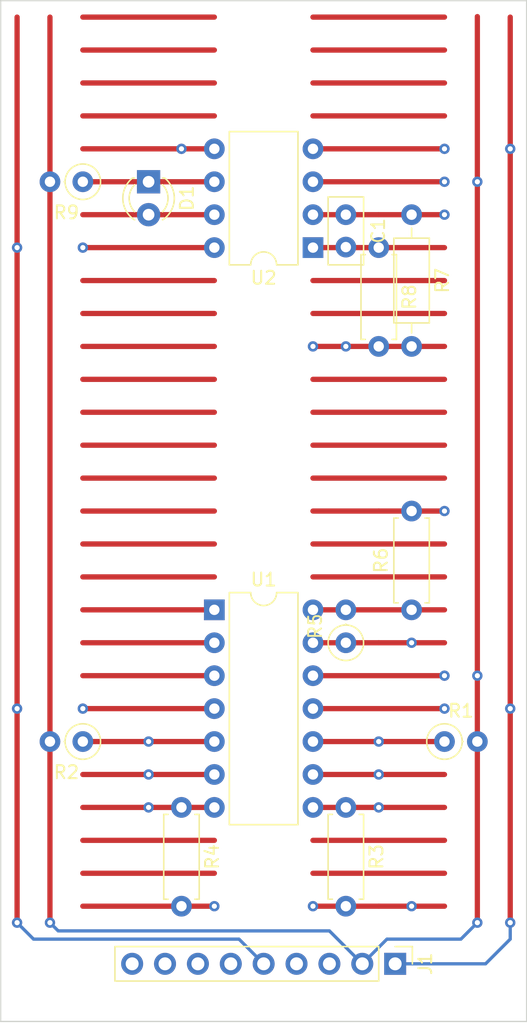
<source format=kicad_pcb>
(kicad_pcb (version 20211014) (generator pcbnew)
  (title_block (title "Unity-Gain Mixer Prototype") (date "2022-10-06") (rev "1.0") (company "Len Popp") (comment 1 "Copyright © 2022 Len Popp CC BY") (comment 2 "Layout design for my custom Eurorack breadboard prototyping module"))
  (layers (0 "F.Cu" signal) (1 "In1.Cu" jumper "Wire1.Cu") (2 "In2.Cu" jumper "Wire2.Cu") (3 "In3.Cu" jumper "Wire3.Cu") (4 "In4.Cu" jumper "Wire4.Cu") (31 "B.Cu" signal) (34 "B.Paste" user) (35 "F.Paste" user) (36 "B.SilkS" user "B.Silkscreen") (37 "F.SilkS" user "F.Silkscreen") (38 "B.Mask" user) (39 "F.Mask" user) (44 "Edge.Cuts" user))
  (net 0 "")
  (net 1 "+12V")
  (net 2 "GND")
  (net 3 "-12V")
  (net 4 "+5V")
  (net 5 "BUS-GATE")
  (net 6 "BUS-CV")
  (net 8 "Net-(C1-Pad2)")
  (net 9 "Net-(C1-Pad1)")
  (net 10 "Net-(D1-Pad1)")
  (net 11 "Net-(D1-Pad2)")
  (net 12 "OUT-1")
  (net 13 "IN-1")
  (net 14 "Net-(R3-Pad1)")
  (net 15 "Net-(R3-Pad2)")
  (net 16 "Net-(R4-Pad1)")
  (net 17 "Net-(R5-Pad2)")
  (net 18 "unconnected-(U1-Pad1)")
  (net 19 "unconnected-(U1-Pad2)")
  (net 20 "unconnected-(U1-Pad3)")
  (footprint "Connector_PinHeader_2.54mm:PinHeader_1x09_P2.54mm_Vertical" (layer "F.Cu") (at 113.03 98.425 -90)
    (fp_text reference "J1" (at 0 -2.33 90) (layer "F.SilkS"))
    (fp_text value "Conn_01x09")
    (fp_line (start -1.33 21.65) (end 1.33 21.65) (layer "F.SilkS") (width 0.12))
    (fp_line (start -1.33 1.27) (end -1.33 21.65) (layer "F.SilkS") (width 0.12))
    (fp_line (start 1.33 1.27) (end 1.33 21.65) (layer "F.SilkS") (width 0.12))
    (fp_line (start -1.33 -1.33) (end 0 -1.33) (layer "F.SilkS") (width 0.12))
    (fp_line (start -1.33 1.27) (end 1.33 1.27) (layer "F.SilkS") (width 0.12))
    (fp_line (start -1.33 0) (end -1.33 -1.33) (layer "F.SilkS") (width 0.12))
    (pad "1" thru_hole rect locked (at 0 0 270) (size 1.7 1.7) (drill 1) (layers *.Cu *.Mask) (net 3 "-12V"))
    (pad "2" thru_hole oval locked (at 0 2.54 270) (size 1.7 1.7) (drill 1) (layers *.Cu *.Mask) (net 2 "GND"))
    (pad "3" thru_hole oval locked (at 0 5.08 270) (size 1.7 1.7) (drill 1) (layers *.Cu *.Mask) (net 12 "OUT-1"))
    (pad "4" thru_hole oval locked (at 0 7.62 270) (size 1.7 1.7) (drill 1) (layers *.Cu *.Mask) (net 13 "IN-1"))
    (pad "5" thru_hole oval locked (at 0 10.16 270) (size 1.7 1.7) (drill 1) (layers *.Cu *.Mask) (net 1 "+12V"))
    (pad "6" thru_hole oval locked (at 0 12.7 270) (size 1.7 1.7) (drill 1) (layers *.Cu *.Mask))
    (pad "7" thru_hole oval locked (at 0 15.24 270) (size 1.7 1.7) (drill 1) (layers *.Cu *.Mask) (net 4 "+5V"))
    (pad "8" thru_hole oval locked (at 0 17.78 270) (size 1.7 1.7) (drill 1) (layers *.Cu *.Mask) (net 6 "BUS-CV"))
    (pad "9" thru_hole oval locked (at 0 20.32 270) (size 1.7 1.7) (drill 1) (layers *.Cu *.Mask) (net 5 "BUS-GATE"))
  )
  (footprint "-lmp-stripboard:SB_Gen_1" (layer "F.Cu") (at 109.22 73.66 90)
    (fp_text reference "R5" (at 1.27 -2.37 90) (layer "F.SilkS"))
    (fp_text value "10K")
    (fp_line (start 1.37 0) (end 1.44 0) (layer "F.SilkS") (width 0.12))
    (fp_circle (center 0 0) (end 1.37 0) (layer "F.SilkS") (width 0.12) (fill none))
    (pad "1" thru_hole circle locked (at 0 0 90) (size 1.6 1.6) (drill 0.8) (layers *.Cu *.Mask) (net 15 "Net-(R3-Pad2)"))
    (pad "2" thru_hole oval locked (at 2.54 0 90) (size 1.6 1.6) (drill 0.8) (layers *.Cu *.Mask) (net 17 "Net-(R5-Pad2)"))
  )
  (footprint "Package_DIP:DIP-14_W7.62mm" (layer "F.Cu") (at 99.06 71.12)
    (fp_text reference "U1" (at 3.81 -2.33) (layer "F.SilkS"))
    (fp_text value "TL074")
    (fp_line (start 1.16 16.57) (end 6.46 16.57) (layer "F.SilkS") (width 0.12))
    (fp_line (start 2.81 -1.33) (end 1.16 -1.33) (layer "F.SilkS") (width 0.12))
    (fp_line (start 6.46 16.57) (end 6.46 -1.33) (layer "F.SilkS") (width 0.12))
    (fp_line (start 6.46 -1.33) (end 4.81 -1.33) (layer "F.SilkS") (width 0.12))
    (fp_line (start 1.16 -1.33) (end 1.16 16.57) (layer "F.SilkS") (width 0.12))
    (fp_arc (start 4.81 -1.33) (mid 3.81 -0.33) (end 2.81 -1.33) (layer "F.SilkS") (width 0.12))
    (pad "1" thru_hole rect (at 0 0) (size 1.6 1.6) (drill 0.8) (layers *.Cu *.Mask) (net 18 "unconnected-(U1-Pad1)"))
    (pad "2" thru_hole oval (at 0 2.54) (size 1.6 1.6) (drill 0.8) (layers *.Cu *.Mask) (net 19 "unconnected-(U1-Pad2)"))
    (pad "3" thru_hole oval (at 0 5.08) (size 1.6 1.6) (drill 0.8) (layers *.Cu *.Mask) (net 20 "unconnected-(U1-Pad3)"))
    (pad "4" thru_hole oval (at 0 7.62) (size 1.6 1.6) (drill 0.8) (layers *.Cu *.Mask) (net 1 "+12V"))
    (pad "5" thru_hole oval (at 0 10.16) (size 1.6 1.6) (drill 0.8) (layers *.Cu *.Mask) (net 6 "BUS-CV"))
    (pad "6" thru_hole oval (at 0 12.7) (size 1.6 1.6) (drill 0.8) (layers *.Cu *.Mask) (net 16 "Net-(R4-Pad1)"))
    (pad "7" thru_hole oval (at 0 15.24) (size 1.6 1.6) (drill 0.8) (layers *.Cu *.Mask) (net 16 "Net-(R4-Pad1)"))
    (pad "8" thru_hole oval (at 7.62 15.24) (size 1.6 1.6) (drill 0.8) (layers *.Cu *.Mask) (net 14 "Net-(R3-Pad1)"))
    (pad "9" thru_hole oval (at 7.62 12.7) (size 1.6 1.6) (drill 0.8) (layers *.Cu *.Mask) (net 14 "Net-(R3-Pad1)"))
    (pad "10" thru_hole oval (at 7.62 10.16) (size 1.6 1.6) (drill 0.8) (layers *.Cu *.Mask) (net 13 "IN-1"))
    (pad "11" thru_hole oval (at 7.62 7.62) (size 1.6 1.6) (drill 0.8) (layers *.Cu *.Mask) (net 3 "-12V"))
    (pad "12" thru_hole oval (at 7.62 5.08) (size 1.6 1.6) (drill 0.8) (layers *.Cu *.Mask) (net 2 "GND"))
    (pad "13" thru_hole oval (at 7.62 2.54) (size 1.6 1.6) (drill 0.8) (layers *.Cu *.Mask) (net 15 "Net-(R3-Pad2)"))
    (pad "14" thru_hole oval (at 7.62 0) (size 1.6 1.6) (drill 0.8) (layers *.Cu *.Mask) (net 17 "Net-(R5-Pad2)"))
  )
  (footprint "-lmp-stripboard:SB_Gen_1" (layer "F.Cu") (at 116.84 81.28)
    (fp_text reference "R1" (at 1.27 -2.37) (layer "F.SilkS"))
    (fp_text value "1M")
    (fp_line (start 1.37 0) (end 1.44 0) (layer "F.SilkS") (width 0.12))
    (fp_circle (center 0 0) (end 1.37 0) (layer "F.SilkS") (width 0.12) (fill none))
    (pad "1" thru_hole circle locked (at 0 0) (size 1.6 1.6) (drill 0.8) (layers *.Cu *.Mask) (net 13 "IN-1"))
    (pad "2" thru_hole oval locked (at 2.54 0) (size 1.6 1.6) (drill 0.8) (layers *.Cu *.Mask) (net 2 "GND"))
  )
  (footprint "-lmp-stripboard:SB_Gen_1" (layer "F.Cu") (at 88.9 81.28 180)
    (fp_text reference "R2" (at 1.27 -2.37) (layer "F.SilkS"))
    (fp_text value "1M")
    (fp_line (start 1.37 0) (end 1.44 0) (layer "F.SilkS") (width 0.12))
    (fp_circle (center 0 0) (end 1.37 0) (layer "F.SilkS") (width 0.12) (fill none))
    (pad "1" thru_hole circle locked (at 0 0 180) (size 1.6 1.6) (drill 0.8) (layers *.Cu *.Mask) (net 6 "BUS-CV"))
    (pad "2" thru_hole oval locked (at 2.54 0 180) (size 1.6 1.6) (drill 0.8) (layers *.Cu *.Mask) (net 2 "GND"))
  )
  (footprint "-lmp-misc:R_Axial_DIN0207_L6.3mm_D2.5mm_P7.62mm_Horizontal" (layer "F.Cu") (at 109.22 86.36 -90)
    (fp_text reference "R3" (at 3.81 -2.37 90) (layer "F.SilkS"))
    (fp_text value "10K")
    (fp_line (start 7.08 1.37) (end 7.08 1.04) (layer "F.SilkS") (width 0.12))
    (fp_line (start 0.54 1.04) (end 0.54 1.37) (layer "F.SilkS") (width 0.12))
    (fp_line (start 0.54 -1.37) (end 7.08 -1.37) (layer "F.SilkS") (width 0.12))
    (fp_line (start 7.08 -1.37) (end 7.08 -1.04) (layer "F.SilkS") (width 0.12))
    (fp_line (start 0.54 -1.04) (end 0.54 -1.37) (layer "F.SilkS") (width 0.12))
    (fp_line (start 0.54 1.37) (end 7.08 1.37) (layer "F.SilkS") (width 0.12))
    (pad "1" thru_hole circle locked (at 0 0 270) (size 1.6 1.6) (drill 0.8) (layers *.Cu *.Mask) (net 14 "Net-(R3-Pad1)"))
    (pad "2" thru_hole oval locked (at 7.62 0 270) (size 1.6 1.6) (drill 0.8) (layers *.Cu *.Mask) (net 15 "Net-(R3-Pad2)"))
  )
  (footprint "-lmp-misc:R_Axial_DIN0207_L6.3mm_D2.5mm_P7.62mm_Horizontal" (layer "F.Cu") (at 114.3 71.12 90)
    (fp_text reference "R6" (at 3.81 -2.37 90) (layer "F.SilkS"))
    (fp_text value "10K")
    (fp_line (start 0.54 -1.37) (end 7.08 -1.37) (layer "F.SilkS") (width 0.12))
    (fp_line (start 0.54 -1.04) (end 0.54 -1.37) (layer "F.SilkS") (width 0.12))
    (fp_line (start 7.08 -1.37) (end 7.08 -1.04) (layer "F.SilkS") (width 0.12))
    (fp_line (start 0.54 1.04) (end 0.54 1.37) (layer "F.SilkS") (width 0.12))
    (fp_line (start 7.08 1.37) (end 7.08 1.04) (layer "F.SilkS") (width 0.12))
    (fp_line (start 0.54 1.37) (end 7.08 1.37) (layer "F.SilkS") (width 0.12))
    (pad "1" thru_hole circle locked (at 0 0 90) (size 1.6 1.6) (drill 0.8) (layers *.Cu *.Mask) (net 17 "Net-(R5-Pad2)"))
    (pad "2" thru_hole oval locked (at 7.62 0 90) (size 1.6 1.6) (drill 0.8) (layers *.Cu *.Mask) (net 9 "Net-(C1-Pad1)"))
  )
  (footprint "Package_DIP:DIP-8_W7.62mm" (layer "F.Cu") (at 106.68 43.18 180)
    (fp_text reference "U2" (at 3.81 -2.33) (layer "F.SilkS"))
    (fp_text value "TL072")
    (fp_line (start 1.16 -1.33) (end 1.16 8.95) (layer "F.SilkS") (width 0.12))
    (fp_line (start 2.81 -1.33) (end 1.16 -1.33) (layer "F.SilkS") (width 0.12))
    (fp_line (start 6.46 8.95) (end 6.46 -1.33) (layer "F.SilkS") (width 0.12))
    (fp_line (start 6.46 -1.33) (end 4.81 -1.33) (layer "F.SilkS") (width 0.12))
    (fp_line (start 1.16 8.95) (end 6.46 8.95) (layer "F.SilkS") (width 0.12))
    (fp_arc (start 4.81 -1.33) (mid 3.81 -0.33) (end 2.81 -1.33) (layer "F.SilkS") (width 0.12))
    (pad "1" thru_hole rect (at 0 0 180) (size 1.6 1.6) (drill 0.8) (layers *.Cu *.Mask) (net 8 "Net-(C1-Pad2)"))
    (pad "2" thru_hole oval (at 0 2.54 180) (size 1.6 1.6) (drill 0.8) (layers *.Cu *.Mask) (net 9 "Net-(C1-Pad1)"))
    (pad "3" thru_hole oval (at 0 5.08 180) (size 1.6 1.6) (drill 0.8) (layers *.Cu *.Mask) (net 2 "GND"))
    (pad "4" thru_hole oval (at 0 7.62 180) (size 1.6 1.6) (drill 0.8) (layers *.Cu *.Mask) (net 3 "-12V"))
    (pad "5" thru_hole oval (at 7.62 7.62 180) (size 1.6 1.6) (drill 0.8) (layers *.Cu *.Mask) (net 12 "OUT-1"))
    (pad "6" thru_hole oval (at 7.62 5.08 180) (size 1.6 1.6) (drill 0.8) (layers *.Cu *.Mask) (net 10 "Net-(D1-Pad1)"))
    (pad "7" thru_hole oval (at 7.62 2.54 180) (size 1.6 1.6) (drill 0.8) (layers *.Cu *.Mask) (net 11 "Net-(D1-Pad2)"))
    (pad "8" thru_hole oval (at 7.62 0 180) (size 1.6 1.6) (drill 0.8) (layers *.Cu *.Mask) (net 1 "+12V"))
  )
  (footprint "-lmp-stripboard:SB_Gen_1" (layer "F.Cu") (at 88.9 38.1 180)
    (fp_text reference "R9" (at 1.27 -2.37) (layer "F.SilkS"))
    (fp_text value "1K")
    (fp_line (start 1.37 0) (end 1.44 0) (layer "F.SilkS") (width 0.12))
    (fp_circle (center 0 0) (end 1.37 0) (layer "F.SilkS") (width 0.12) (fill none))
    (pad "1" thru_hole circle locked (at 0 0 180) (size 1.6 1.6) (drill 0.8) (layers *.Cu *.Mask) (net 10 "Net-(D1-Pad1)"))
    (pad "2" thru_hole oval locked (at 2.54 0 180) (size 1.6 1.6) (drill 0.8) (layers *.Cu *.Mask) (net 2 "GND"))
  )
  (footprint "-lmp-misc:R_Axial_DIN0207_L6.3mm_D2.5mm_P7.62mm_Horizontal" (layer "F.Cu") (at 96.52 86.36 -90)
    (fp_text reference "R4" (at 3.81 -2.37 90) (layer "F.SilkS"))
    (fp_text value "10K")
    (fp_line (start 0.54 1.04) (end 0.54 1.37) (layer "F.SilkS") (width 0.12))
    (fp_line (start 0.54 -1.37) (end 7.08 -1.37) (layer "F.SilkS") (width 0.12))
    (fp_line (start 0.54 1.37) (end 7.08 1.37) (layer "F.SilkS") (width 0.12))
    (fp_line (start 0.54 -1.04) (end 0.54 -1.37) (layer "F.SilkS") (width 0.12))
    (fp_line (start 7.08 1.37) (end 7.08 1.04) (layer "F.SilkS") (width 0.12))
    (fp_line (start 7.08 -1.37) (end 7.08 -1.04) (layer "F.SilkS") (width 0.12))
    (pad "1" thru_hole circle locked (at 0 0 270) (size 1.6 1.6) (drill 0.8) (layers *.Cu *.Mask) (net 16 "Net-(R4-Pad1)"))
    (pad "2" thru_hole oval locked (at 7.62 0 270) (size 1.6 1.6) (drill 0.8) (layers *.Cu *.Mask) (net 15 "Net-(R3-Pad2)"))
  )
  (footprint "-lmp-stripboard:SB_Gen_4" (layer "F.Cu") (at 114.3 40.64 -90)
    (fp_text reference "R7" (at 5.08 -2.37 -90) (layer "F.SilkS"))
    (fp_text value "10K")
    (fp_line (start 1.81 -1.37) (end 1.81 1.37) (layer "F.SilkS") (width 0.12))
    (fp_line (start 8.35 1.37) (end 8.35 -1.37) (layer "F.SilkS") (width 0.12))
    (fp_line (start 1.04 0) (end 1.81 0) (layer "F.SilkS") (width 0.12))
    (fp_line (start 8.35 -1.37) (end 1.81 -1.37) (layer "F.SilkS") (width 0.12))
    (fp_line (start 9.12 0) (end 8.35 0) (layer "F.SilkS") (width 0.12))
    (fp_line (start 1.81 1.37) (end 8.35 1.37) (layer "F.SilkS") (width 0.12))
    (pad "1" thru_hole circle locked (at 0 0 270) (size 1.6 1.6) (drill 0.8) (layers *.Cu *.Mask) (net 9 "Net-(C1-Pad1)"))
    (pad "2" thru_hole oval locked (at 10.16 0 270) (size 1.6 1.6) (drill 0.8) (layers *.Cu *.Mask) (net 12 "OUT-1"))
  )
  (footprint "LED_THT:LED_D3.0mm" (layer "F.Cu") (at 93.98 38.1 -90)
    (fp_text reference "D1" (at 1.27 -2.96 90) (layer "F.SilkS"))
    (fp_text value "LED_Bidi")
    (fp_line (start -0.29 1.08) (end -0.29 1.236) (layer "F.SilkS") (width 0.12))
    (fp_line (start -0.29 -1.236) (end -0.29 -1.08) (layer "F.SilkS") (width 0.12))
    (fp_arc (start 2.942335 1.078608) (mid 1.366487 1.987659) (end -0.29 1.235516) (layer "F.SilkS") (width 0.12))
    (fp_arc (start 0.229039 -1.08) (mid 1.270117 -1.5) (end 2.31113 -1.079837) (layer "F.SilkS") (width 0.12))
    (fp_arc (start -0.29 -1.235516) (mid 1.366487 -1.987659) (end 2.942335 -1.078608) (layer "F.SilkS") (width 0.12))
    (fp_arc (start 2.31113 1.079837) (mid 1.270117 1.5) (end 0.229039 1.08) (layer "F.SilkS") (width 0.12))
    (pad "1" thru_hole rect (at 0 0 270) (size 1.8 1.8) (drill 0.9) (layers *.Cu *.Mask) (net 10 "Net-(D1-Pad1)"))
    (pad "2" thru_hole circle (at 2.54 0 270) (size 1.8 1.8) (drill 0.9) (layers *.Cu *.Mask) (net 11 "Net-(D1-Pad2)"))
  )
  (footprint "-lmp-misc:C_Disc_D5.0mm_W2.5mm_P2.50mm" (layer "F.Cu") (at 109.22 40.64 -90)
    (fp_text reference "C1" (at 1.25 -2.5 90) (layer "F.SilkS"))
    (fp_text value "5P6")
    (fp_line (start -1.37 1.37) (end 3.87 1.37) (layer "F.SilkS") (width 0.12))
    (fp_line (start -1.37 -1.37) (end 3.87 -1.37) (layer "F.SilkS") (width 0.12))
    (fp_line (start 3.87 -1.37) (end 3.87 1.37) (layer "F.SilkS") (width 0.12))
    (fp_line (start -1.37 -1.37) (end -1.37 1.37) (layer "F.SilkS") (width 0.12))
    (pad "1" thru_hole circle locked (at 0 0 270) (size 1.6 1.6) (drill 0.8) (layers *.Cu *.Mask) (net 9 "Net-(C1-Pad1)"))
    (pad "2" thru_hole circle locked (at 2.5 0 270) (size 1.6 1.6) (drill 0.8) (layers *.Cu *.Mask) (net 8 "Net-(C1-Pad2)"))
  )
  (footprint "-lmp-misc:R_Axial_DIN0207_L6.3mm_D2.5mm_P7.62mm_Horizontal" (layer "F.Cu") (at 111.76 43.18 -90)
    (fp_text reference "R8" (at 3.81 -2.37 90) (layer "F.SilkS"))
    (fp_text value "270R")
    (fp_line (start 7.08 1.37) (end 7.08 1.04) (layer "F.SilkS") (width 0.12))
    (fp_line (start 0.54 1.37) (end 7.08 1.37) (layer "F.SilkS") (width 0.12))
    (fp_line (start 0.54 1.04) (end 0.54 1.37) (layer "F.SilkS") (width 0.12))
    (fp_line (start 7.08 -1.37) (end 7.08 -1.04) (layer "F.SilkS") (width 0.12))
    (fp_line (start 0.54 -1.04) (end 0.54 -1.37) (layer "F.SilkS") (width 0.12))
    (fp_line (start 0.54 -1.37) (end 7.08 -1.37) (layer "F.SilkS") (width 0.12))
    (pad "1" thru_hole circle locked (at 0 0 270) (size 1.6 1.6) (drill 0.8) (layers *.Cu *.Mask) (net 8 "Net-(C1-Pad2)"))
    (pad "2" thru_hole oval locked (at 7.62 0 270) (size 1.6 1.6) (drill 0.8) (layers *.Cu *.Mask) (net 12 "OUT-1"))
  )
  (gr_line (start 123.19 102.87) (end 82.55 102.87) (layer "Edge.Cuts") (width 0.1))
  (gr_line (start 123.19 24.13) (end 123.19 102.87) (layer "Edge.Cuts") (width 0.1))
  (gr_line (start 82.55 102.87) (end 82.55 24.13) (layer "Edge.Cuts") (width 0.1))
  (gr_line (start 82.55 24.13) (end 123.19 24.13) (layer "Edge.Cuts") (width 0.1))
  (segment (start 99.06 58.42) (end 88.9 58.42) (width 0.4064) (layer "F.Cu") (net 0))
  (segment (start 99.06 48.26) (end 88.9 48.26) (width 0.4064) (layer "F.Cu") (net 0))
  (segment (start 99.06 60.96) (end 88.9 60.96) (width 0.4064) (layer "F.Cu") (net 0))
  (segment (start 99.06 50.8) (end 88.9 50.8) (width 0.4064) (layer "F.Cu") (net 0))
  (segment (start 99.06 55.88) (end 88.9 55.88) (width 0.4064) (layer "F.Cu") (net 0))
  (segment (start 99.06 27.94) (end 88.9 27.94) (width 0.4064) (layer "F.Cu") (net 0))
  (segment (start 99.06 68.58) (end 88.9 68.58) (width 0.4064) (layer "F.Cu") (net 0))
  (segment (start 99.06 33.02) (end 88.9 33.02) (width 0.4064) (layer "F.Cu") (net 0))
  (segment (start 99.06 88.9) (end 88.9 88.9) (width 0.4064) (layer "F.Cu") (net 0))
  (segment (start 99.06 45.72) (end 88.9 45.72) (width 0.4064) (layer "F.Cu") (net 0))
  (segment (start 99.06 63.5) (end 88.9 63.5) (width 0.4064) (layer "F.Cu") (net 0))
  (segment (start 99.06 91.44) (end 88.9 91.44) (width 0.4064) (layer "F.Cu") (net 0))
  (segment (start 116.84 66.04) (end 106.68 66.04) (width 0.4064) (layer "F.Cu") (net 0))
  (segment (start 99.06 30.48) (end 88.9 30.48) (width 0.4064) (layer "F.Cu") (net 0))
  (segment (start 99.06 25.4) (end 88.9 25.4) (width 0.4064) (layer "F.Cu") (net 0))
  (segment (start 99.06 53.34) (end 88.9 53.34) (width 0.4064) (layer "F.Cu") (net 0))
  (segment (start 116.84 48.26) (end 106.68 48.26) (width 0.4064) (layer "F.Cu") (net 0))
  (segment (start 116.84 88.9) (end 106.68 88.9) (width 0.4064) (layer "F.Cu") (net 0))
  (segment (start 99.06 66.04) (end 88.9 66.04) (width 0.4064) (layer "F.Cu") (net 0))
  (segment (start 116.84 25.4) (end 106.68 25.4) (width 0.4064) (layer "F.Cu") (net 0))
  (segment (start 116.84 27.94) (end 106.68 27.94) (width 0.4064) (layer "F.Cu") (net 0))
  (segment (start 116.84 60.96) (end 106.68 60.96) (width 0.4064) (layer "F.Cu") (net 0))
  (segment (start 116.84 53.34) (end 106.68 53.34) (width 0.4064) (layer "F.Cu") (net 0))
  (segment (start 116.84 68.58) (end 106.68 68.58) (width 0.4064) (layer "F.Cu") (net 0))
  (segment (start 116.84 30.48) (end 106.68 30.48) (width 0.4064) (layer "F.Cu") (net 0))
  (segment (start 116.84 33.02) (end 106.68 33.02) (width 0.4064) (layer "F.Cu") (net 0))
  (segment (start 116.84 58.42) (end 106.68 58.42) (width 0.4064) (layer "F.Cu") (net 0))
  (segment (start 116.84 91.44) (end 106.68 91.44) (width 0.4064) (layer "F.Cu") (net 0))
  (segment (start 116.84 55.88) (end 106.68 55.88) (width 0.4064) (layer "F.Cu") (net 0))
  (segment (start 116.84 45.72) (end 106.68 45.72) (width 0.4064) (layer "F.Cu") (net 0))
  (segment (start 99.06 78.74) (end 88.9 78.74) (width 0.4064) (layer "F.Cu") (net 1))
  (segment (start 99.06 43.18) (end 88.9 43.18) (width 0.4064) (layer "F.Cu") (net 1))
  (segment (start 83.82 95.25) (end 83.82 95.25) (width 0.4064) (layer "F.Cu") (net 1))
  (segment (start 83.82 43.18) (end 83.82 78.74) (width 0.4064) (layer "F.Cu") (net 1))
  (segment (start 83.82 25.4) (end 83.82 43.18) (width 0.4064) (layer "F.Cu") (net 1))
  (segment (start 83.82 78.74) (end 83.82 95.25) (width 0.4064) (layer "F.Cu") (net 1))
  (via (at 88.9 43.18) (size 0.8) (drill 0.4) (layers "F.Cu" "B.Cu") (net 1))
  (via (at 83.82 95.25) (size 0.8) (drill 0.4) (layers "F.Cu" "B.Cu") (net 1))
  (via (at 83.82 43.18) (size 0.8) (drill 0.4) (layers "F.Cu" "B.Cu") (net 1))
  (via (at 88.9 78.74) (size 0.8) (drill 0.4) (layers "F.Cu" "B.Cu") (net 1))
  (via (at 83.82 78.74) (size 0.8) (drill 0.4) (layers "F.Cu" "B.Cu") (net 1))
  (segment (start 102.87 98.425) (end 100.965 96.52) (width 0.25) (layer "B.Cu") (net 1))
  (segment (start 85.09 96.52) (end 84.219999 95.649999) (width 0.25) (layer "B.Cu") (net 1))
  (segment (start 100.965 96.52) (end 85.09 96.52) (width 0.25) (layer "B.Cu") (net 1))
  (segment (start 84.219999 95.649999) (end 83.82 95.25) (width 0.25) (layer "B.Cu") (net 1))
  (segment (start 86.36 25.4) (end 86.36 95.25) (width 0.4064) (layer "F.Cu") (net 2))
  (segment (start 116.84 76.2) (end 106.68 76.2) (width 0.4064) (layer "F.Cu") (net 2))
  (segment (start 116.84 38.1) (end 106.68 38.1) (width 0.4064) (layer "F.Cu") (net 2))
  (segment (start 119.38 95.25) (end 119.38 95.25) (width 0.4064) (layer "F.Cu") (net 2))
  (segment (start 86.36 95.25) (end 86.36 95.25) (width 0.4064) (layer "F.Cu") (net 2))
  (segment (start 119.38 38.1) (end 119.38 76.2) (width 0.4064) (layer "F.Cu") (net 2))
  (segment (start 119.38 25.36) (end 119.38 38.1) (width 0.4064) (layer "F.Cu") (net 2))
  (segment (start 119.38 76.2) (end 119.38 81.28) (width 0.4064) (layer "F.Cu") (net 2))
  (segment (start 119.38 81.28) (end 119.38 95.25) (width 0.4064) (layer "F.Cu") (net 2))
  (via (at 116.84 38.1) (size 0.8) (drill 0.4) (layers "F.Cu" "B.Cu") (net 2))
  (via (at 119.38 95.25) (size 0.8) (drill 0.4) (layers "F.Cu" "B.Cu") (net 2))
  (via (at 119.38 76.2) (size 0.8) (drill 0.4) (layers "F.Cu" "B.Cu") (net 2))
  (via (at 116.84 76.2) (size 0.8) (drill 0.4) (layers "F.Cu" "B.Cu") (net 2))
  (via (at 119.38 38.1) (size 0.8) (drill 0.4) (layers "F.Cu" "B.Cu") (net 2))
  (via (at 86.36 95.25) (size 0.8) (drill 0.4) (layers "F.Cu" "B.Cu") (net 2))
  (segment (start 86.36 95.25) (end 86.995 95.885) (width 0.25) (layer "B.Cu") (net 2))
  (segment (start 107.95 95.885) (end 110.49 98.425) (width 0.25) (layer "B.Cu") (net 2))
  (segment (start 112.395 96.52) (end 110.49 98.425) (width 0.25) (layer "B.Cu") (net 2))
  (segment (start 119.38 95.25) (end 118.11 96.52) (width 0.25) (layer "B.Cu") (net 2))
  (segment (start 118.11 96.52) (end 112.395 96.52) (width 0.25) (layer "B.Cu") (net 2))
  (segment (start 86.995 95.885) (end 107.95 95.885) (width 0.25) (layer "B.Cu") (net 2))
  (segment (start 116.84 78.74) (end 106.68 78.74) (width 0.4064) (layer "F.Cu") (net 3))
  (segment (start 116.84 35.56) (end 106.68 35.56) (width 0.4064) (layer "F.Cu") (net 3))
  (segment (start 121.92 95.25) (end 121.92 95.25) (width 0.4064) (layer "F.Cu") (net 3))
  (segment (start 121.92 25.4) (end 121.92 35.56) (width 0.4064) (layer "F.Cu") (net 3))
  (segment (start 121.92 35.56) (end 121.92 95.25) (width 0.4064) (layer "F.Cu") (net 3))
  (via (at 116.84 35.56) (size 0.8) (drill 0.4) (layers "F.Cu" "B.Cu") (net 3))
  (via (at 121.92 78.74) (size 0.8) (drill 0.4) (layers "F.Cu" "B.Cu") (net 3))
  (via (at 121.92 95.25) (size 0.8) (drill 0.4) (layers "F.Cu" "B.Cu") (net 3))
  (via (at 121.92 35.56) (size 0.8) (drill 0.4) (layers "F.Cu" "B.Cu") (net 3))
  (via (at 116.84 78.74) (size 0.8) (drill 0.4) (layers "F.Cu" "B.Cu") (net 3))
  (segment (start 121.92 95.25) (end 121.92 96.52) (width 0.25) (layer "B.Cu") (net 3))
  (segment (start 120.015 98.425) (end 113.03 98.425) (width 0.25) (layer "B.Cu") (net 3))
  (segment (start 121.92 96.52) (end 120.015 98.425) (width 0.25) (layer "B.Cu") (net 3))
  (segment (start 93.98 81.28) (end 88.9 81.28) (width 0.4064) (layer "F.Cu") (net 6))
  (segment (start 99.06 81.28) (end 93.98 81.28) (width 0.4064) (layer "F.Cu") (net 6))
  (via (at 93.98 81.28) (size 0.8) (drill 0.4) (layers "F.Cu" "B.Cu") (net 6))
  (segment (start 116.84 43.18) (end 106.68 43.18) (width 0.4064) (layer "F.Cu") (net 8))
  (segment (start 116.84 63.5) (end 111.76 63.5) (width 0.4064) (layer "F.Cu") (net 9))
  (segment (start 111.76 63.5) (end 106.68 63.5) (width 0.4064) (layer "F.Cu") (net 9))
  (segment (start 116.84 40.64) (end 111.76 40.64) (width 0.4064) (layer "F.Cu") (net 9))
  (segment (start 111.76 40.64) (end 106.68 40.64) (width 0.4064) (layer "F.Cu") (net 9))
  (via (at 116.84 63.5) (size 0.8) (drill 0.4) (layers "F.Cu" "B.Cu") (net 9))
  (via (at 116.84 40.64) (size 0.8) (drill 0.4) (layers "F.Cu" "B.Cu") (net 9))
  (segment (start 99.06 38.1) (end 88.9 38.1) (width 0.4064) (layer "F.Cu") (net 10))
  (segment (start 99.06 40.64) (end 88.9 40.64) (width 0.4064) (layer "F.Cu") (net 11))
  (segment (start 99.06 35.56) (end 96.52 35.56) (width 0.4064) (layer "F.Cu") (net 12))
  (segment (start 116.84 50.8) (end 109.22 50.8) (width 0.4064) (layer "F.Cu") (net 12))
  (segment (start 96.52 35.56) (end 88.9 35.56) (width 0.4064) (layer "F.Cu") (net 12))
  (segment (start 109.22 50.8) (end 106.68 50.8) (width 0.4064) (layer "F.Cu") (net 12))
  (via (at 96.52 35.56) (size 0.8) (drill 0.4) (layers "F.Cu" "B.Cu") (net 12))
  (via (at 109.22 50.8) (size 0.8) (drill 0.4) (layers "F.Cu" "B.Cu") (net 12))
  (via (at 106.68 50.8) (size 0.8) (drill 0.4) (layers "F.Cu" "B.Cu") (net 12))
  (segment (start 111.76 81.28) (end 106.68 81.28) (width 0.4064) (layer "F.Cu") (net 13))
  (segment (start 116.84 81.28) (end 111.76 81.28) (width 0.4064) (layer "F.Cu") (net 13))
  (via (at 111.76 81.28) (size 0.8) (drill 0.4) (layers "F.Cu" "B.Cu") (net 13))
  (segment (start 116.84 86.36) (end 111.76 86.36) (width 0.4064) (layer "F.Cu") (net 14))
  (segment (start 116.84 83.82) (end 111.76 83.82) (width 0.4064) (layer "F.Cu") (net 14))
  (segment (start 111.76 86.36) (end 106.68 86.36) (width 0.4064) (layer "F.Cu") (net 14))
  (segment (start 111.76 83.82) (end 106.68 83.82) (width 0.4064) (layer "F.Cu") (net 14))
  (via (at 111.76 83.82) (size 0.8) (drill 0.4) (layers "F.Cu" "B.Cu") (net 14))
  (via (at 111.76 86.36) (size 0.8) (drill 0.4) (layers "F.Cu" "B.Cu") (net 14))
  (segment (start 99.06 93.98) (end 88.9 93.98) (width 0.4064) (layer "F.Cu") (net 15))
  (segment (start 116.84 93.98) (end 111.76 93.98) (width 0.4064) (layer "F.Cu") (net 15))
  (segment (start 111.76 93.98) (end 106.68 93.98) (width 0.4064) (layer "F.Cu") (net 15))
  (segment (start 116.84 73.66) (end 111.76 73.66) (width 0.4064) (layer "F.Cu") (net 15))
  (segment (start 111.76 73.66) (end 106.68 73.66) (width 0.4064) (layer "F.Cu") (net 15))
  (via (at 114.3 73.66) (size 0.8) (drill 0.4) (layers "F.Cu" "B.Cu") (net 15))
  (via (at 114.3 93.98) (size 0.8) (drill 0.4) (layers "F.Cu" "B.Cu") (net 15))
  (via (at 106.68 93.98) (size 0.8) (drill 0.4) (layers "F.Cu" "B.Cu") (net 15))
  (via (at 99.06 93.98) (size 0.8) (drill 0.4) (layers "F.Cu" "B.Cu") (net 15))
  (segment (start 99.06 86.36) (end 93.98 86.36) (width 0.4064) (layer "F.Cu") (net 16))
  (segment (start 99.06 83.82) (end 93.98 83.82) (width 0.4064) (layer "F.Cu") (net 16))
  (segment (start 93.98 83.82) (end 88.9 83.82) (width 0.4064) (layer "F.Cu") (net 16))
  (segment (start 93.98 86.36) (end 88.9 86.36) (width 0.4064) (layer "F.Cu") (net 16))
  (via (at 93.98 83.82) (size 0.8) (drill 0.4) (layers "F.Cu" "B.Cu") (net 16))
  (via (at 93.98 86.36) (size 0.8) (drill 0.4) (layers "F.Cu" "B.Cu") (net 16))
  (segment (start 116.84 71.12) (end 106.68 71.12) (width 0.4064) (layer "F.Cu") (net 17))
  (segment (start 99.06 71.12) (end 88.9 71.12) (width 0.4064) (layer "F.Cu") (net 18))
  (segment (start 99.06 73.66) (end 88.9 73.66) (width 0.4064) (layer "F.Cu") (net 19))
  (segment (start 99.06 76.2) (end 88.9 76.2) (width 0.4064) (layer "F.Cu") (net 20))
)
</source>
